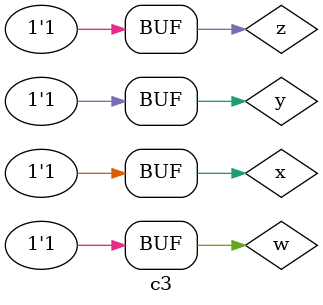
<source format=v>
module fxyz (output s1, output s2, input x, y, w, z);
assign s1 = (~x & ~y & ~w & ~z) | (~x & ~y & ~w & z) | (~x & ~y & w & ~z) | (~x & ~y & w & z) | (~x & y & ~w & z) | (x & ~y & ~w & ~z) | (x & ~y & w & ~z) | (x & y & ~w & ~z); //x'.y'.z' + x'.y.z' + x.y.z'
assign s2 = (~x & ~y) | ~w & ((~x & z) | (x & ~z)) | (~y & ~z & x) ;
endmodule // fxyz

module c3;
reg x, y, w, z;
wire s1, s2;
// instancias
fxyz FXY (s1, s2, x, y, w, z);
// valores iniciais
initial begin: start
x=1'bx; y=1'bx; w=1'bx; z=1'bx;// indefinidos
end
// parte principal
initial begin: main
// identificacao
$display("Test boolean expression");
// monitoramento
$display(" x  y  w  z =   nao_simpl\tsimpl");
$monitor("%2b %2b %2b %2b = \t  %2b  \t\t%2b", x, y, w, z, s1, s2);
// sinalizacao
#1 x=0; y=0; w=0; z=0;
#1 x=0; y=0; w=0; z=1;
#1 x=0; y=0; w=1; z=0;
#1 x=0; y=0; w=1; z=1;
#1 x=0; y=1; w=0; z=0;
#1 x=0; y=1; w=0; z=1;
#1 x=0; y=1; w=1; z=0;
#1 x=0; y=1; w=1; z=1;
#1 x=1; y=0; w=0; z=0;
#1 x=1; y=0; w=0; z=1;
#1 x=1; y=0; w=1; z=0;
#1 x=1; y=0; w=1; z=1;
#1 x=1; y=1; w=0; z=0;
#1 x=1; y=1; w=0; z=1;
#1 x=1; y=1; w=1; z=0;
#1 x=1; y=1; w=1; z=1;
end
endmodule // test_module
</source>
